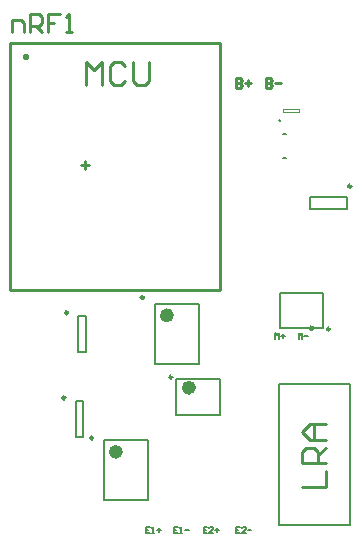
<source format=gto>
G04*
G04 #@! TF.GenerationSoftware,Altium Limited,Altium Designer,23.0.1 (38)*
G04*
G04 Layer_Color=65535*
%FSLAX25Y25*%
%MOIN*%
G70*
G04*
G04 #@! TF.SameCoordinates,C4E3482C-EC36-4988-95D7-60F58037128F*
G04*
G04*
G04 #@! TF.FilePolarity,Positive*
G04*
G01*
G75*
%ADD10C,0.02362*%
%ADD11C,0.00984*%
%ADD12C,0.01181*%
%ADD13C,0.00394*%
%ADD14C,0.01000*%
%ADD15C,0.00787*%
%ADD16C,0.00500*%
%ADD17C,0.00591*%
D10*
X61681Y-115500D02*
G03*
X61681Y-115500I-1181J0D01*
G01*
X54335Y-91398D02*
G03*
X54335Y-91398I-1181J0D01*
G01*
X37335Y-136898D02*
G03*
X37335Y-136898I-1181J0D01*
G01*
D11*
X54992Y-112000D02*
G03*
X54992Y-112000I-492J0D01*
G01*
X45476Y-85492D02*
G03*
X45476Y-85492I-492J0D01*
G01*
X20221Y-90477D02*
G03*
X20221Y-90477I-492J0D01*
G01*
X19335Y-118874D02*
G03*
X19335Y-118874I-492J0D01*
G01*
X28575Y-132272D02*
G03*
X28575Y-132272I-492J0D01*
G01*
X107492Y-96000D02*
G03*
X107492Y-96000I-492J0D01*
G01*
X114579Y-48390D02*
G03*
X114579Y-48390I-492J0D01*
G01*
D12*
X101740Y-95602D02*
G03*
X101740Y-95602I-394J0D01*
G01*
D13*
X91240Y-26500D02*
G03*
X91240Y-26500I-394J0D01*
G01*
X91846Y-23500D02*
X97346D01*
X91846Y-22500D02*
X97346D01*
Y-23500D02*
Y-22500D01*
X91846Y-23500D02*
Y-22500D01*
D14*
X70913Y-83071D02*
Y-559D01*
X913Y-83071D02*
Y-559D01*
X70913D01*
X913Y-83071D02*
X70913D01*
X1400Y2900D02*
Y6899D01*
X4399D01*
X5399Y5899D01*
Y2900D01*
X7398D02*
Y8898D01*
X10397D01*
X11397Y7898D01*
Y5899D01*
X10397Y4899D01*
X7398D01*
X9397D02*
X11397Y2900D01*
X17395Y8898D02*
X13396D01*
Y5899D01*
X15395D01*
X13396D01*
Y2900D01*
X19394D02*
X21394D01*
X20394D01*
Y8898D01*
X19394Y7898D01*
X26197Y-14748D02*
Y-6877D01*
X28821Y-9500D01*
X31444Y-6877D01*
Y-14748D01*
X39316Y-8189D02*
X38004Y-6877D01*
X35380D01*
X34068Y-8189D01*
Y-13436D01*
X35380Y-14748D01*
X38004D01*
X39316Y-13436D01*
X41940Y-6877D02*
Y-13436D01*
X43252Y-14748D01*
X45875D01*
X47188Y-13436D01*
Y-6877D01*
X86116Y-12387D02*
Y-15535D01*
X87691D01*
X88215Y-15011D01*
Y-14486D01*
X87691Y-13961D01*
X86116D01*
X87691D01*
X88215Y-13436D01*
Y-12912D01*
X87691Y-12387D01*
X86116D01*
X89265Y-13961D02*
X91364D01*
X98215Y-148606D02*
X106087D01*
Y-143359D01*
Y-140735D02*
X98215D01*
Y-136799D01*
X99527Y-135487D01*
X102151D01*
X103463Y-136799D01*
Y-140735D01*
Y-138111D02*
X106087Y-135487D01*
Y-132863D02*
X100839D01*
X98215Y-130239D01*
X100839Y-127616D01*
X106087D01*
X102151D01*
Y-132863D01*
X5500Y-5500D02*
Y-4500D01*
X6500D01*
Y-5500D01*
X5500D01*
X76116Y-12387D02*
Y-15535D01*
X77691D01*
X78215Y-15011D01*
Y-14486D01*
X77691Y-13961D01*
X76116D01*
X77691D01*
X78215Y-13436D01*
Y-12912D01*
X77691Y-12387D01*
X76116D01*
X79265Y-13961D02*
X81364D01*
X80314Y-12912D02*
Y-15011D01*
X24500Y-41188D02*
X27124D01*
X25812Y-39876D02*
Y-42500D01*
D15*
X56217Y-124500D02*
X70783D01*
X56217Y-112500D02*
X70783D01*
Y-124500D02*
Y-112500D01*
X56217Y-124500D02*
Y-112500D01*
X49217Y-107539D02*
Y-87460D01*
X63783Y-107539D02*
Y-87460D01*
X49217D02*
X63783D01*
X49217Y-107539D02*
X63783D01*
X23706Y-91697D02*
X26068D01*
X23706Y-103508D02*
X26068D01*
X23706D02*
Y-91697D01*
X26068Y-103508D02*
Y-91697D01*
X22819Y-120094D02*
X25181D01*
X22819Y-131905D02*
X25181D01*
X22819D02*
Y-120094D01*
X25181Y-131905D02*
Y-120094D01*
X32217Y-153039D02*
X46783D01*
X32217Y-132961D02*
X46783D01*
Y-153039D02*
Y-132961D01*
X32217Y-153039D02*
Y-132961D01*
X90717Y-84000D02*
X105283D01*
X90717Y-95500D02*
X105283D01*
X90717D02*
Y-84000D01*
X105283Y-95500D02*
Y-84000D01*
X113103Y-55968D02*
Y-52031D01*
X100898Y-55968D02*
Y-52031D01*
X113103D01*
X100898Y-55968D02*
X113103D01*
X91953Y-38977D02*
X92740D01*
X91953Y-31024D02*
X92740D01*
D16*
X90551Y-161417D02*
X114173D01*
Y-114173D01*
X90551D02*
X114173D01*
X90551Y-161417D02*
Y-114173D01*
D17*
X77428Y-162009D02*
X76116D01*
Y-163976D01*
X77428D01*
X76116Y-162993D02*
X76772D01*
X79396Y-163976D02*
X78084D01*
X79396Y-162664D01*
Y-162337D01*
X79068Y-162009D01*
X78412D01*
X78084Y-162337D01*
X80052Y-162993D02*
X81364D01*
X56903Y-162009D02*
X55592D01*
Y-163976D01*
X56903D01*
X55592Y-162993D02*
X56248D01*
X57559Y-163976D02*
X58215D01*
X57887D01*
Y-162009D01*
X57559Y-162337D01*
X59199Y-162993D02*
X60511D01*
X97047Y-99410D02*
Y-97442D01*
X97703Y-98098D01*
X98359Y-97442D01*
Y-99410D01*
X99015Y-98426D02*
X100327D01*
X66707Y-162009D02*
X65395D01*
Y-163976D01*
X66707D01*
X65395Y-162993D02*
X66051D01*
X68675Y-163976D02*
X67363D01*
X68675Y-162664D01*
Y-162337D01*
X68347Y-162009D01*
X67691D01*
X67363Y-162337D01*
X69331Y-162993D02*
X70642D01*
X69986Y-162337D02*
Y-163648D01*
X47592Y-162009D02*
X46280D01*
Y-163976D01*
X47592D01*
X46280Y-162993D02*
X46936D01*
X48248Y-163976D02*
X48904D01*
X48576D01*
Y-162009D01*
X48248Y-162337D01*
X49888Y-162993D02*
X51200D01*
X50544Y-162337D02*
Y-163648D01*
X89173Y-99410D02*
Y-97442D01*
X89829Y-98098D01*
X90485Y-97442D01*
Y-99410D01*
X91141Y-98426D02*
X92453D01*
X91797Y-97770D02*
Y-99081D01*
M02*

</source>
